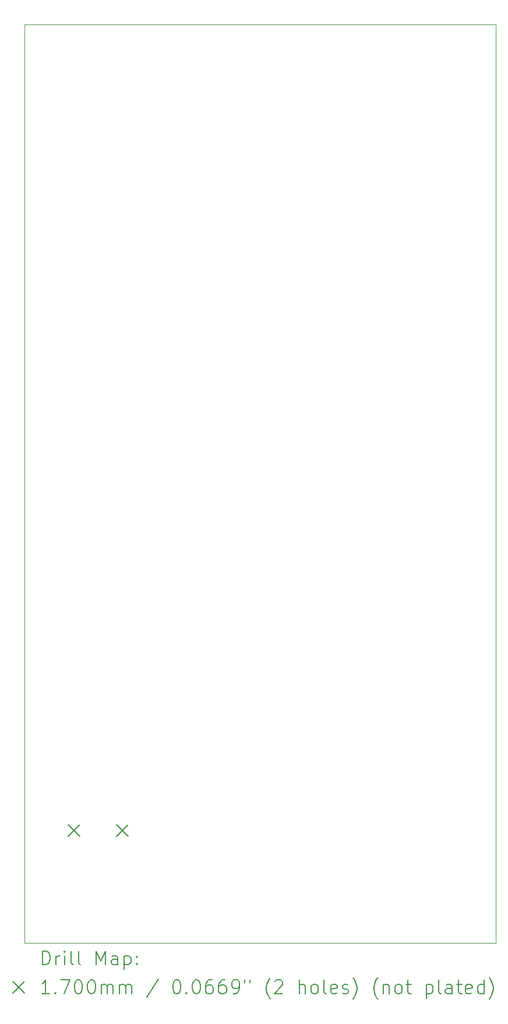
<source format=gbr>
%TF.GenerationSoftware,KiCad,Pcbnew,8.0.0*%
%TF.CreationDate,2024-02-27T23:40:29-08:00*%
%TF.ProjectId,honda radio,686f6e64-6120-4726-9164-696f2e6b6963,rev?*%
%TF.SameCoordinates,Original*%
%TF.FileFunction,Drillmap*%
%TF.FilePolarity,Positive*%
%FSLAX45Y45*%
G04 Gerber Fmt 4.5, Leading zero omitted, Abs format (unit mm)*
G04 Created by KiCad (PCBNEW 8.0.0) date 2024-02-27 23:40:29*
%MOMM*%
%LPD*%
G01*
G04 APERTURE LIST*
%ADD10C,0.050000*%
%ADD11C,0.200000*%
%ADD12C,0.170000*%
G04 APERTURE END LIST*
D10*
X8050000Y-4350000D02*
X14900000Y-4350000D01*
X14900000Y-17700000D01*
X8050000Y-17700000D01*
X8050000Y-4350000D01*
D11*
D12*
X8685000Y-15975000D02*
X8855000Y-16145000D01*
X8855000Y-15975000D02*
X8685000Y-16145000D01*
X9385000Y-15975000D02*
X9555000Y-16145000D01*
X9555000Y-15975000D02*
X9385000Y-16145000D01*
D11*
X8308277Y-18013984D02*
X8308277Y-17813984D01*
X8308277Y-17813984D02*
X8355896Y-17813984D01*
X8355896Y-17813984D02*
X8384467Y-17823508D01*
X8384467Y-17823508D02*
X8403515Y-17842555D01*
X8403515Y-17842555D02*
X8413039Y-17861603D01*
X8413039Y-17861603D02*
X8422563Y-17899698D01*
X8422563Y-17899698D02*
X8422563Y-17928270D01*
X8422563Y-17928270D02*
X8413039Y-17966365D01*
X8413039Y-17966365D02*
X8403515Y-17985412D01*
X8403515Y-17985412D02*
X8384467Y-18004460D01*
X8384467Y-18004460D02*
X8355896Y-18013984D01*
X8355896Y-18013984D02*
X8308277Y-18013984D01*
X8508277Y-18013984D02*
X8508277Y-17880650D01*
X8508277Y-17918746D02*
X8517801Y-17899698D01*
X8517801Y-17899698D02*
X8527324Y-17890174D01*
X8527324Y-17890174D02*
X8546372Y-17880650D01*
X8546372Y-17880650D02*
X8565420Y-17880650D01*
X8632086Y-18013984D02*
X8632086Y-17880650D01*
X8632086Y-17813984D02*
X8622563Y-17823508D01*
X8622563Y-17823508D02*
X8632086Y-17833031D01*
X8632086Y-17833031D02*
X8641610Y-17823508D01*
X8641610Y-17823508D02*
X8632086Y-17813984D01*
X8632086Y-17813984D02*
X8632086Y-17833031D01*
X8755896Y-18013984D02*
X8736848Y-18004460D01*
X8736848Y-18004460D02*
X8727324Y-17985412D01*
X8727324Y-17985412D02*
X8727324Y-17813984D01*
X8860658Y-18013984D02*
X8841610Y-18004460D01*
X8841610Y-18004460D02*
X8832086Y-17985412D01*
X8832086Y-17985412D02*
X8832086Y-17813984D01*
X9089229Y-18013984D02*
X9089229Y-17813984D01*
X9089229Y-17813984D02*
X9155896Y-17956841D01*
X9155896Y-17956841D02*
X9222563Y-17813984D01*
X9222563Y-17813984D02*
X9222563Y-18013984D01*
X9403515Y-18013984D02*
X9403515Y-17909222D01*
X9403515Y-17909222D02*
X9393991Y-17890174D01*
X9393991Y-17890174D02*
X9374944Y-17880650D01*
X9374944Y-17880650D02*
X9336848Y-17880650D01*
X9336848Y-17880650D02*
X9317801Y-17890174D01*
X9403515Y-18004460D02*
X9384467Y-18013984D01*
X9384467Y-18013984D02*
X9336848Y-18013984D01*
X9336848Y-18013984D02*
X9317801Y-18004460D01*
X9317801Y-18004460D02*
X9308277Y-17985412D01*
X9308277Y-17985412D02*
X9308277Y-17966365D01*
X9308277Y-17966365D02*
X9317801Y-17947317D01*
X9317801Y-17947317D02*
X9336848Y-17937793D01*
X9336848Y-17937793D02*
X9384467Y-17937793D01*
X9384467Y-17937793D02*
X9403515Y-17928270D01*
X9498753Y-17880650D02*
X9498753Y-18080650D01*
X9498753Y-17890174D02*
X9517801Y-17880650D01*
X9517801Y-17880650D02*
X9555896Y-17880650D01*
X9555896Y-17880650D02*
X9574944Y-17890174D01*
X9574944Y-17890174D02*
X9584467Y-17899698D01*
X9584467Y-17899698D02*
X9593991Y-17918746D01*
X9593991Y-17918746D02*
X9593991Y-17975889D01*
X9593991Y-17975889D02*
X9584467Y-17994936D01*
X9584467Y-17994936D02*
X9574944Y-18004460D01*
X9574944Y-18004460D02*
X9555896Y-18013984D01*
X9555896Y-18013984D02*
X9517801Y-18013984D01*
X9517801Y-18013984D02*
X9498753Y-18004460D01*
X9679705Y-17994936D02*
X9689229Y-18004460D01*
X9689229Y-18004460D02*
X9679705Y-18013984D01*
X9679705Y-18013984D02*
X9670182Y-18004460D01*
X9670182Y-18004460D02*
X9679705Y-17994936D01*
X9679705Y-17994936D02*
X9679705Y-18013984D01*
X9679705Y-17890174D02*
X9689229Y-17899698D01*
X9689229Y-17899698D02*
X9679705Y-17909222D01*
X9679705Y-17909222D02*
X9670182Y-17899698D01*
X9670182Y-17899698D02*
X9679705Y-17890174D01*
X9679705Y-17890174D02*
X9679705Y-17909222D01*
D12*
X7877500Y-18257500D02*
X8047500Y-18427500D01*
X8047500Y-18257500D02*
X7877500Y-18427500D01*
D11*
X8413039Y-18433984D02*
X8298753Y-18433984D01*
X8355896Y-18433984D02*
X8355896Y-18233984D01*
X8355896Y-18233984D02*
X8336848Y-18262555D01*
X8336848Y-18262555D02*
X8317801Y-18281603D01*
X8317801Y-18281603D02*
X8298753Y-18291127D01*
X8498753Y-18414936D02*
X8508277Y-18424460D01*
X8508277Y-18424460D02*
X8498753Y-18433984D01*
X8498753Y-18433984D02*
X8489229Y-18424460D01*
X8489229Y-18424460D02*
X8498753Y-18414936D01*
X8498753Y-18414936D02*
X8498753Y-18433984D01*
X8574944Y-18233984D02*
X8708277Y-18233984D01*
X8708277Y-18233984D02*
X8622563Y-18433984D01*
X8822563Y-18233984D02*
X8841610Y-18233984D01*
X8841610Y-18233984D02*
X8860658Y-18243508D01*
X8860658Y-18243508D02*
X8870182Y-18253031D01*
X8870182Y-18253031D02*
X8879705Y-18272079D01*
X8879705Y-18272079D02*
X8889229Y-18310174D01*
X8889229Y-18310174D02*
X8889229Y-18357793D01*
X8889229Y-18357793D02*
X8879705Y-18395889D01*
X8879705Y-18395889D02*
X8870182Y-18414936D01*
X8870182Y-18414936D02*
X8860658Y-18424460D01*
X8860658Y-18424460D02*
X8841610Y-18433984D01*
X8841610Y-18433984D02*
X8822563Y-18433984D01*
X8822563Y-18433984D02*
X8803515Y-18424460D01*
X8803515Y-18424460D02*
X8793991Y-18414936D01*
X8793991Y-18414936D02*
X8784467Y-18395889D01*
X8784467Y-18395889D02*
X8774944Y-18357793D01*
X8774944Y-18357793D02*
X8774944Y-18310174D01*
X8774944Y-18310174D02*
X8784467Y-18272079D01*
X8784467Y-18272079D02*
X8793991Y-18253031D01*
X8793991Y-18253031D02*
X8803515Y-18243508D01*
X8803515Y-18243508D02*
X8822563Y-18233984D01*
X9013039Y-18233984D02*
X9032086Y-18233984D01*
X9032086Y-18233984D02*
X9051134Y-18243508D01*
X9051134Y-18243508D02*
X9060658Y-18253031D01*
X9060658Y-18253031D02*
X9070182Y-18272079D01*
X9070182Y-18272079D02*
X9079705Y-18310174D01*
X9079705Y-18310174D02*
X9079705Y-18357793D01*
X9079705Y-18357793D02*
X9070182Y-18395889D01*
X9070182Y-18395889D02*
X9060658Y-18414936D01*
X9060658Y-18414936D02*
X9051134Y-18424460D01*
X9051134Y-18424460D02*
X9032086Y-18433984D01*
X9032086Y-18433984D02*
X9013039Y-18433984D01*
X9013039Y-18433984D02*
X8993991Y-18424460D01*
X8993991Y-18424460D02*
X8984467Y-18414936D01*
X8984467Y-18414936D02*
X8974944Y-18395889D01*
X8974944Y-18395889D02*
X8965420Y-18357793D01*
X8965420Y-18357793D02*
X8965420Y-18310174D01*
X8965420Y-18310174D02*
X8974944Y-18272079D01*
X8974944Y-18272079D02*
X8984467Y-18253031D01*
X8984467Y-18253031D02*
X8993991Y-18243508D01*
X8993991Y-18243508D02*
X9013039Y-18233984D01*
X9165420Y-18433984D02*
X9165420Y-18300650D01*
X9165420Y-18319698D02*
X9174944Y-18310174D01*
X9174944Y-18310174D02*
X9193991Y-18300650D01*
X9193991Y-18300650D02*
X9222563Y-18300650D01*
X9222563Y-18300650D02*
X9241610Y-18310174D01*
X9241610Y-18310174D02*
X9251134Y-18329222D01*
X9251134Y-18329222D02*
X9251134Y-18433984D01*
X9251134Y-18329222D02*
X9260658Y-18310174D01*
X9260658Y-18310174D02*
X9279705Y-18300650D01*
X9279705Y-18300650D02*
X9308277Y-18300650D01*
X9308277Y-18300650D02*
X9327325Y-18310174D01*
X9327325Y-18310174D02*
X9336848Y-18329222D01*
X9336848Y-18329222D02*
X9336848Y-18433984D01*
X9432086Y-18433984D02*
X9432086Y-18300650D01*
X9432086Y-18319698D02*
X9441610Y-18310174D01*
X9441610Y-18310174D02*
X9460658Y-18300650D01*
X9460658Y-18300650D02*
X9489229Y-18300650D01*
X9489229Y-18300650D02*
X9508277Y-18310174D01*
X9508277Y-18310174D02*
X9517801Y-18329222D01*
X9517801Y-18329222D02*
X9517801Y-18433984D01*
X9517801Y-18329222D02*
X9527325Y-18310174D01*
X9527325Y-18310174D02*
X9546372Y-18300650D01*
X9546372Y-18300650D02*
X9574944Y-18300650D01*
X9574944Y-18300650D02*
X9593991Y-18310174D01*
X9593991Y-18310174D02*
X9603515Y-18329222D01*
X9603515Y-18329222D02*
X9603515Y-18433984D01*
X9993991Y-18224460D02*
X9822563Y-18481603D01*
X10251134Y-18233984D02*
X10270182Y-18233984D01*
X10270182Y-18233984D02*
X10289229Y-18243508D01*
X10289229Y-18243508D02*
X10298753Y-18253031D01*
X10298753Y-18253031D02*
X10308277Y-18272079D01*
X10308277Y-18272079D02*
X10317801Y-18310174D01*
X10317801Y-18310174D02*
X10317801Y-18357793D01*
X10317801Y-18357793D02*
X10308277Y-18395889D01*
X10308277Y-18395889D02*
X10298753Y-18414936D01*
X10298753Y-18414936D02*
X10289229Y-18424460D01*
X10289229Y-18424460D02*
X10270182Y-18433984D01*
X10270182Y-18433984D02*
X10251134Y-18433984D01*
X10251134Y-18433984D02*
X10232087Y-18424460D01*
X10232087Y-18424460D02*
X10222563Y-18414936D01*
X10222563Y-18414936D02*
X10213039Y-18395889D01*
X10213039Y-18395889D02*
X10203515Y-18357793D01*
X10203515Y-18357793D02*
X10203515Y-18310174D01*
X10203515Y-18310174D02*
X10213039Y-18272079D01*
X10213039Y-18272079D02*
X10222563Y-18253031D01*
X10222563Y-18253031D02*
X10232087Y-18243508D01*
X10232087Y-18243508D02*
X10251134Y-18233984D01*
X10403515Y-18414936D02*
X10413039Y-18424460D01*
X10413039Y-18424460D02*
X10403515Y-18433984D01*
X10403515Y-18433984D02*
X10393991Y-18424460D01*
X10393991Y-18424460D02*
X10403515Y-18414936D01*
X10403515Y-18414936D02*
X10403515Y-18433984D01*
X10536848Y-18233984D02*
X10555896Y-18233984D01*
X10555896Y-18233984D02*
X10574944Y-18243508D01*
X10574944Y-18243508D02*
X10584468Y-18253031D01*
X10584468Y-18253031D02*
X10593991Y-18272079D01*
X10593991Y-18272079D02*
X10603515Y-18310174D01*
X10603515Y-18310174D02*
X10603515Y-18357793D01*
X10603515Y-18357793D02*
X10593991Y-18395889D01*
X10593991Y-18395889D02*
X10584468Y-18414936D01*
X10584468Y-18414936D02*
X10574944Y-18424460D01*
X10574944Y-18424460D02*
X10555896Y-18433984D01*
X10555896Y-18433984D02*
X10536848Y-18433984D01*
X10536848Y-18433984D02*
X10517801Y-18424460D01*
X10517801Y-18424460D02*
X10508277Y-18414936D01*
X10508277Y-18414936D02*
X10498753Y-18395889D01*
X10498753Y-18395889D02*
X10489229Y-18357793D01*
X10489229Y-18357793D02*
X10489229Y-18310174D01*
X10489229Y-18310174D02*
X10498753Y-18272079D01*
X10498753Y-18272079D02*
X10508277Y-18253031D01*
X10508277Y-18253031D02*
X10517801Y-18243508D01*
X10517801Y-18243508D02*
X10536848Y-18233984D01*
X10774944Y-18233984D02*
X10736848Y-18233984D01*
X10736848Y-18233984D02*
X10717801Y-18243508D01*
X10717801Y-18243508D02*
X10708277Y-18253031D01*
X10708277Y-18253031D02*
X10689229Y-18281603D01*
X10689229Y-18281603D02*
X10679706Y-18319698D01*
X10679706Y-18319698D02*
X10679706Y-18395889D01*
X10679706Y-18395889D02*
X10689229Y-18414936D01*
X10689229Y-18414936D02*
X10698753Y-18424460D01*
X10698753Y-18424460D02*
X10717801Y-18433984D01*
X10717801Y-18433984D02*
X10755896Y-18433984D01*
X10755896Y-18433984D02*
X10774944Y-18424460D01*
X10774944Y-18424460D02*
X10784468Y-18414936D01*
X10784468Y-18414936D02*
X10793991Y-18395889D01*
X10793991Y-18395889D02*
X10793991Y-18348270D01*
X10793991Y-18348270D02*
X10784468Y-18329222D01*
X10784468Y-18329222D02*
X10774944Y-18319698D01*
X10774944Y-18319698D02*
X10755896Y-18310174D01*
X10755896Y-18310174D02*
X10717801Y-18310174D01*
X10717801Y-18310174D02*
X10698753Y-18319698D01*
X10698753Y-18319698D02*
X10689229Y-18329222D01*
X10689229Y-18329222D02*
X10679706Y-18348270D01*
X10965420Y-18233984D02*
X10927325Y-18233984D01*
X10927325Y-18233984D02*
X10908277Y-18243508D01*
X10908277Y-18243508D02*
X10898753Y-18253031D01*
X10898753Y-18253031D02*
X10879706Y-18281603D01*
X10879706Y-18281603D02*
X10870182Y-18319698D01*
X10870182Y-18319698D02*
X10870182Y-18395889D01*
X10870182Y-18395889D02*
X10879706Y-18414936D01*
X10879706Y-18414936D02*
X10889229Y-18424460D01*
X10889229Y-18424460D02*
X10908277Y-18433984D01*
X10908277Y-18433984D02*
X10946372Y-18433984D01*
X10946372Y-18433984D02*
X10965420Y-18424460D01*
X10965420Y-18424460D02*
X10974944Y-18414936D01*
X10974944Y-18414936D02*
X10984468Y-18395889D01*
X10984468Y-18395889D02*
X10984468Y-18348270D01*
X10984468Y-18348270D02*
X10974944Y-18329222D01*
X10974944Y-18329222D02*
X10965420Y-18319698D01*
X10965420Y-18319698D02*
X10946372Y-18310174D01*
X10946372Y-18310174D02*
X10908277Y-18310174D01*
X10908277Y-18310174D02*
X10889229Y-18319698D01*
X10889229Y-18319698D02*
X10879706Y-18329222D01*
X10879706Y-18329222D02*
X10870182Y-18348270D01*
X11079706Y-18433984D02*
X11117801Y-18433984D01*
X11117801Y-18433984D02*
X11136849Y-18424460D01*
X11136849Y-18424460D02*
X11146372Y-18414936D01*
X11146372Y-18414936D02*
X11165420Y-18386365D01*
X11165420Y-18386365D02*
X11174944Y-18348270D01*
X11174944Y-18348270D02*
X11174944Y-18272079D01*
X11174944Y-18272079D02*
X11165420Y-18253031D01*
X11165420Y-18253031D02*
X11155896Y-18243508D01*
X11155896Y-18243508D02*
X11136849Y-18233984D01*
X11136849Y-18233984D02*
X11098753Y-18233984D01*
X11098753Y-18233984D02*
X11079706Y-18243508D01*
X11079706Y-18243508D02*
X11070182Y-18253031D01*
X11070182Y-18253031D02*
X11060658Y-18272079D01*
X11060658Y-18272079D02*
X11060658Y-18319698D01*
X11060658Y-18319698D02*
X11070182Y-18338746D01*
X11070182Y-18338746D02*
X11079706Y-18348270D01*
X11079706Y-18348270D02*
X11098753Y-18357793D01*
X11098753Y-18357793D02*
X11136849Y-18357793D01*
X11136849Y-18357793D02*
X11155896Y-18348270D01*
X11155896Y-18348270D02*
X11165420Y-18338746D01*
X11165420Y-18338746D02*
X11174944Y-18319698D01*
X11251134Y-18233984D02*
X11251134Y-18272079D01*
X11327325Y-18233984D02*
X11327325Y-18272079D01*
X11622563Y-18510174D02*
X11613039Y-18500650D01*
X11613039Y-18500650D02*
X11593991Y-18472079D01*
X11593991Y-18472079D02*
X11584468Y-18453031D01*
X11584468Y-18453031D02*
X11574944Y-18424460D01*
X11574944Y-18424460D02*
X11565420Y-18376841D01*
X11565420Y-18376841D02*
X11565420Y-18338746D01*
X11565420Y-18338746D02*
X11574944Y-18291127D01*
X11574944Y-18291127D02*
X11584468Y-18262555D01*
X11584468Y-18262555D02*
X11593991Y-18243508D01*
X11593991Y-18243508D02*
X11613039Y-18214936D01*
X11613039Y-18214936D02*
X11622563Y-18205412D01*
X11689229Y-18253031D02*
X11698753Y-18243508D01*
X11698753Y-18243508D02*
X11717801Y-18233984D01*
X11717801Y-18233984D02*
X11765420Y-18233984D01*
X11765420Y-18233984D02*
X11784468Y-18243508D01*
X11784468Y-18243508D02*
X11793991Y-18253031D01*
X11793991Y-18253031D02*
X11803515Y-18272079D01*
X11803515Y-18272079D02*
X11803515Y-18291127D01*
X11803515Y-18291127D02*
X11793991Y-18319698D01*
X11793991Y-18319698D02*
X11679706Y-18433984D01*
X11679706Y-18433984D02*
X11803515Y-18433984D01*
X12041610Y-18433984D02*
X12041610Y-18233984D01*
X12127325Y-18433984D02*
X12127325Y-18329222D01*
X12127325Y-18329222D02*
X12117801Y-18310174D01*
X12117801Y-18310174D02*
X12098753Y-18300650D01*
X12098753Y-18300650D02*
X12070182Y-18300650D01*
X12070182Y-18300650D02*
X12051134Y-18310174D01*
X12051134Y-18310174D02*
X12041610Y-18319698D01*
X12251134Y-18433984D02*
X12232087Y-18424460D01*
X12232087Y-18424460D02*
X12222563Y-18414936D01*
X12222563Y-18414936D02*
X12213039Y-18395889D01*
X12213039Y-18395889D02*
X12213039Y-18338746D01*
X12213039Y-18338746D02*
X12222563Y-18319698D01*
X12222563Y-18319698D02*
X12232087Y-18310174D01*
X12232087Y-18310174D02*
X12251134Y-18300650D01*
X12251134Y-18300650D02*
X12279706Y-18300650D01*
X12279706Y-18300650D02*
X12298753Y-18310174D01*
X12298753Y-18310174D02*
X12308277Y-18319698D01*
X12308277Y-18319698D02*
X12317801Y-18338746D01*
X12317801Y-18338746D02*
X12317801Y-18395889D01*
X12317801Y-18395889D02*
X12308277Y-18414936D01*
X12308277Y-18414936D02*
X12298753Y-18424460D01*
X12298753Y-18424460D02*
X12279706Y-18433984D01*
X12279706Y-18433984D02*
X12251134Y-18433984D01*
X12432087Y-18433984D02*
X12413039Y-18424460D01*
X12413039Y-18424460D02*
X12403515Y-18405412D01*
X12403515Y-18405412D02*
X12403515Y-18233984D01*
X12584468Y-18424460D02*
X12565420Y-18433984D01*
X12565420Y-18433984D02*
X12527325Y-18433984D01*
X12527325Y-18433984D02*
X12508277Y-18424460D01*
X12508277Y-18424460D02*
X12498753Y-18405412D01*
X12498753Y-18405412D02*
X12498753Y-18329222D01*
X12498753Y-18329222D02*
X12508277Y-18310174D01*
X12508277Y-18310174D02*
X12527325Y-18300650D01*
X12527325Y-18300650D02*
X12565420Y-18300650D01*
X12565420Y-18300650D02*
X12584468Y-18310174D01*
X12584468Y-18310174D02*
X12593991Y-18329222D01*
X12593991Y-18329222D02*
X12593991Y-18348270D01*
X12593991Y-18348270D02*
X12498753Y-18367317D01*
X12670182Y-18424460D02*
X12689230Y-18433984D01*
X12689230Y-18433984D02*
X12727325Y-18433984D01*
X12727325Y-18433984D02*
X12746372Y-18424460D01*
X12746372Y-18424460D02*
X12755896Y-18405412D01*
X12755896Y-18405412D02*
X12755896Y-18395889D01*
X12755896Y-18395889D02*
X12746372Y-18376841D01*
X12746372Y-18376841D02*
X12727325Y-18367317D01*
X12727325Y-18367317D02*
X12698753Y-18367317D01*
X12698753Y-18367317D02*
X12679706Y-18357793D01*
X12679706Y-18357793D02*
X12670182Y-18338746D01*
X12670182Y-18338746D02*
X12670182Y-18329222D01*
X12670182Y-18329222D02*
X12679706Y-18310174D01*
X12679706Y-18310174D02*
X12698753Y-18300650D01*
X12698753Y-18300650D02*
X12727325Y-18300650D01*
X12727325Y-18300650D02*
X12746372Y-18310174D01*
X12822563Y-18510174D02*
X12832087Y-18500650D01*
X12832087Y-18500650D02*
X12851134Y-18472079D01*
X12851134Y-18472079D02*
X12860658Y-18453031D01*
X12860658Y-18453031D02*
X12870182Y-18424460D01*
X12870182Y-18424460D02*
X12879706Y-18376841D01*
X12879706Y-18376841D02*
X12879706Y-18338746D01*
X12879706Y-18338746D02*
X12870182Y-18291127D01*
X12870182Y-18291127D02*
X12860658Y-18262555D01*
X12860658Y-18262555D02*
X12851134Y-18243508D01*
X12851134Y-18243508D02*
X12832087Y-18214936D01*
X12832087Y-18214936D02*
X12822563Y-18205412D01*
X13184468Y-18510174D02*
X13174944Y-18500650D01*
X13174944Y-18500650D02*
X13155896Y-18472079D01*
X13155896Y-18472079D02*
X13146372Y-18453031D01*
X13146372Y-18453031D02*
X13136849Y-18424460D01*
X13136849Y-18424460D02*
X13127325Y-18376841D01*
X13127325Y-18376841D02*
X13127325Y-18338746D01*
X13127325Y-18338746D02*
X13136849Y-18291127D01*
X13136849Y-18291127D02*
X13146372Y-18262555D01*
X13146372Y-18262555D02*
X13155896Y-18243508D01*
X13155896Y-18243508D02*
X13174944Y-18214936D01*
X13174944Y-18214936D02*
X13184468Y-18205412D01*
X13260658Y-18300650D02*
X13260658Y-18433984D01*
X13260658Y-18319698D02*
X13270182Y-18310174D01*
X13270182Y-18310174D02*
X13289230Y-18300650D01*
X13289230Y-18300650D02*
X13317801Y-18300650D01*
X13317801Y-18300650D02*
X13336849Y-18310174D01*
X13336849Y-18310174D02*
X13346372Y-18329222D01*
X13346372Y-18329222D02*
X13346372Y-18433984D01*
X13470182Y-18433984D02*
X13451134Y-18424460D01*
X13451134Y-18424460D02*
X13441611Y-18414936D01*
X13441611Y-18414936D02*
X13432087Y-18395889D01*
X13432087Y-18395889D02*
X13432087Y-18338746D01*
X13432087Y-18338746D02*
X13441611Y-18319698D01*
X13441611Y-18319698D02*
X13451134Y-18310174D01*
X13451134Y-18310174D02*
X13470182Y-18300650D01*
X13470182Y-18300650D02*
X13498753Y-18300650D01*
X13498753Y-18300650D02*
X13517801Y-18310174D01*
X13517801Y-18310174D02*
X13527325Y-18319698D01*
X13527325Y-18319698D02*
X13536849Y-18338746D01*
X13536849Y-18338746D02*
X13536849Y-18395889D01*
X13536849Y-18395889D02*
X13527325Y-18414936D01*
X13527325Y-18414936D02*
X13517801Y-18424460D01*
X13517801Y-18424460D02*
X13498753Y-18433984D01*
X13498753Y-18433984D02*
X13470182Y-18433984D01*
X13593992Y-18300650D02*
X13670182Y-18300650D01*
X13622563Y-18233984D02*
X13622563Y-18405412D01*
X13622563Y-18405412D02*
X13632087Y-18424460D01*
X13632087Y-18424460D02*
X13651134Y-18433984D01*
X13651134Y-18433984D02*
X13670182Y-18433984D01*
X13889230Y-18300650D02*
X13889230Y-18500650D01*
X13889230Y-18310174D02*
X13908277Y-18300650D01*
X13908277Y-18300650D02*
X13946373Y-18300650D01*
X13946373Y-18300650D02*
X13965420Y-18310174D01*
X13965420Y-18310174D02*
X13974944Y-18319698D01*
X13974944Y-18319698D02*
X13984468Y-18338746D01*
X13984468Y-18338746D02*
X13984468Y-18395889D01*
X13984468Y-18395889D02*
X13974944Y-18414936D01*
X13974944Y-18414936D02*
X13965420Y-18424460D01*
X13965420Y-18424460D02*
X13946373Y-18433984D01*
X13946373Y-18433984D02*
X13908277Y-18433984D01*
X13908277Y-18433984D02*
X13889230Y-18424460D01*
X14098753Y-18433984D02*
X14079706Y-18424460D01*
X14079706Y-18424460D02*
X14070182Y-18405412D01*
X14070182Y-18405412D02*
X14070182Y-18233984D01*
X14260658Y-18433984D02*
X14260658Y-18329222D01*
X14260658Y-18329222D02*
X14251134Y-18310174D01*
X14251134Y-18310174D02*
X14232087Y-18300650D01*
X14232087Y-18300650D02*
X14193992Y-18300650D01*
X14193992Y-18300650D02*
X14174944Y-18310174D01*
X14260658Y-18424460D02*
X14241611Y-18433984D01*
X14241611Y-18433984D02*
X14193992Y-18433984D01*
X14193992Y-18433984D02*
X14174944Y-18424460D01*
X14174944Y-18424460D02*
X14165420Y-18405412D01*
X14165420Y-18405412D02*
X14165420Y-18386365D01*
X14165420Y-18386365D02*
X14174944Y-18367317D01*
X14174944Y-18367317D02*
X14193992Y-18357793D01*
X14193992Y-18357793D02*
X14241611Y-18357793D01*
X14241611Y-18357793D02*
X14260658Y-18348270D01*
X14327325Y-18300650D02*
X14403515Y-18300650D01*
X14355896Y-18233984D02*
X14355896Y-18405412D01*
X14355896Y-18405412D02*
X14365420Y-18424460D01*
X14365420Y-18424460D02*
X14384468Y-18433984D01*
X14384468Y-18433984D02*
X14403515Y-18433984D01*
X14546373Y-18424460D02*
X14527325Y-18433984D01*
X14527325Y-18433984D02*
X14489230Y-18433984D01*
X14489230Y-18433984D02*
X14470182Y-18424460D01*
X14470182Y-18424460D02*
X14460658Y-18405412D01*
X14460658Y-18405412D02*
X14460658Y-18329222D01*
X14460658Y-18329222D02*
X14470182Y-18310174D01*
X14470182Y-18310174D02*
X14489230Y-18300650D01*
X14489230Y-18300650D02*
X14527325Y-18300650D01*
X14527325Y-18300650D02*
X14546373Y-18310174D01*
X14546373Y-18310174D02*
X14555896Y-18329222D01*
X14555896Y-18329222D02*
X14555896Y-18348270D01*
X14555896Y-18348270D02*
X14460658Y-18367317D01*
X14727325Y-18433984D02*
X14727325Y-18233984D01*
X14727325Y-18424460D02*
X14708277Y-18433984D01*
X14708277Y-18433984D02*
X14670182Y-18433984D01*
X14670182Y-18433984D02*
X14651134Y-18424460D01*
X14651134Y-18424460D02*
X14641611Y-18414936D01*
X14641611Y-18414936D02*
X14632087Y-18395889D01*
X14632087Y-18395889D02*
X14632087Y-18338746D01*
X14632087Y-18338746D02*
X14641611Y-18319698D01*
X14641611Y-18319698D02*
X14651134Y-18310174D01*
X14651134Y-18310174D02*
X14670182Y-18300650D01*
X14670182Y-18300650D02*
X14708277Y-18300650D01*
X14708277Y-18300650D02*
X14727325Y-18310174D01*
X14803515Y-18510174D02*
X14813039Y-18500650D01*
X14813039Y-18500650D02*
X14832087Y-18472079D01*
X14832087Y-18472079D02*
X14841611Y-18453031D01*
X14841611Y-18453031D02*
X14851134Y-18424460D01*
X14851134Y-18424460D02*
X14860658Y-18376841D01*
X14860658Y-18376841D02*
X14860658Y-18338746D01*
X14860658Y-18338746D02*
X14851134Y-18291127D01*
X14851134Y-18291127D02*
X14841611Y-18262555D01*
X14841611Y-18262555D02*
X14832087Y-18243508D01*
X14832087Y-18243508D02*
X14813039Y-18214936D01*
X14813039Y-18214936D02*
X14803515Y-18205412D01*
M02*

</source>
